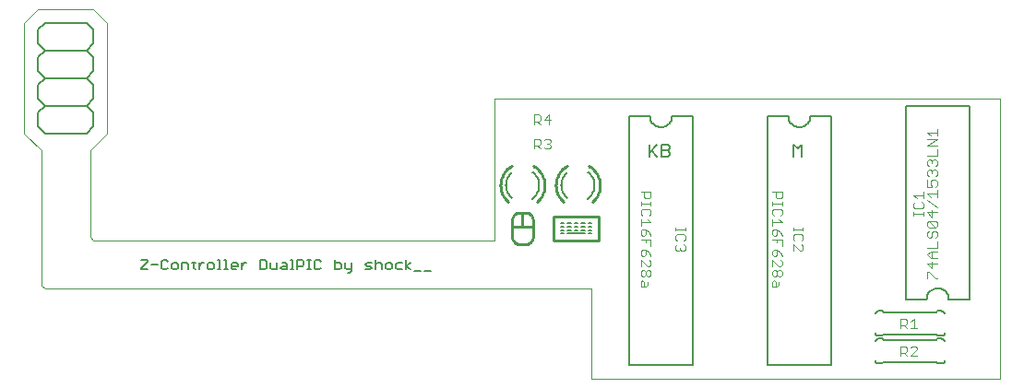
<source format=gto>
G75*
G70*
%OFA0B0*%
%FSLAX24Y24*%
%IPPOS*%
%LPD*%
%AMOC8*
5,1,8,0,0,1.08239X$1,22.5*
%
%ADD10C,0.0000*%
%ADD11C,0.0060*%
%ADD12C,0.0050*%
%ADD13C,0.0100*%
%ADD14C,0.0079*%
%ADD15C,0.0040*%
D10*
X000850Y003350D02*
X020600Y003350D01*
X020600Y000100D01*
X035350Y000100D01*
X035350Y010225D01*
X017100Y010225D01*
X017100Y005100D01*
X002600Y005100D01*
X002475Y005225D01*
X002475Y008350D01*
X003100Y008975D01*
X003100Y012975D01*
X002600Y013475D01*
X000600Y013475D01*
X000100Y012975D01*
X000100Y008975D01*
X000725Y008350D01*
X000725Y003475D01*
X000850Y003350D01*
D11*
X000850Y008975D02*
X000600Y009225D01*
X000600Y009725D01*
X000850Y009975D01*
X002350Y009975D01*
X002600Y010225D01*
X002600Y010725D01*
X002350Y010975D01*
X000850Y010975D01*
X000600Y011225D01*
X000600Y011725D01*
X000850Y011975D01*
X000600Y012225D01*
X000600Y012725D01*
X000850Y012975D01*
X002350Y012975D01*
X002600Y012725D01*
X002600Y012225D01*
X002350Y011975D01*
X000850Y011975D01*
X002350Y011975D02*
X002600Y011725D01*
X002600Y011225D01*
X002350Y010975D01*
X000850Y010975D02*
X000600Y010725D01*
X000600Y010225D01*
X000850Y009975D01*
X002350Y009975D02*
X002600Y009725D01*
X002600Y009225D01*
X002350Y008975D01*
X000850Y008975D01*
X018449Y006612D02*
X018486Y006641D01*
X018521Y006673D01*
X018554Y006708D01*
X018584Y006745D01*
X018610Y006784D01*
X018633Y006825D01*
X018654Y006869D01*
X018670Y006913D01*
X018683Y006959D01*
X018692Y007005D01*
X018698Y007053D01*
X018700Y007100D01*
X017732Y007574D02*
X017697Y007544D01*
X017664Y007513D01*
X017634Y007478D01*
X017607Y007442D01*
X017583Y007404D01*
X017561Y007364D01*
X017543Y007322D01*
X017527Y007279D01*
X017515Y007235D01*
X017507Y007191D01*
X017502Y007145D01*
X017500Y007100D01*
X018460Y007580D02*
X018496Y007551D01*
X018530Y007519D01*
X018561Y007484D01*
X018589Y007448D01*
X018614Y007409D01*
X018637Y007368D01*
X018656Y007326D01*
X018672Y007283D01*
X018684Y007238D01*
X018693Y007192D01*
X018698Y007146D01*
X018700Y007100D01*
X017732Y006626D02*
X017697Y006656D01*
X017664Y006687D01*
X017634Y006722D01*
X017607Y006758D01*
X017583Y006796D01*
X017561Y006836D01*
X017543Y006878D01*
X017527Y006921D01*
X017515Y006965D01*
X017507Y007009D01*
X017502Y007055D01*
X017500Y007100D01*
X020460Y007580D02*
X020496Y007551D01*
X020530Y007519D01*
X020561Y007484D01*
X020589Y007448D01*
X020614Y007409D01*
X020637Y007368D01*
X020656Y007326D01*
X020672Y007283D01*
X020684Y007238D01*
X020693Y007192D01*
X020698Y007146D01*
X020700Y007100D01*
X019732Y007574D02*
X019697Y007544D01*
X019664Y007513D01*
X019634Y007478D01*
X019607Y007442D01*
X019583Y007404D01*
X019561Y007364D01*
X019543Y007322D01*
X019527Y007279D01*
X019515Y007235D01*
X019507Y007191D01*
X019502Y007145D01*
X019500Y007100D01*
X020449Y006612D02*
X020486Y006641D01*
X020521Y006673D01*
X020554Y006708D01*
X020584Y006745D01*
X020610Y006784D01*
X020633Y006825D01*
X020654Y006869D01*
X020670Y006913D01*
X020683Y006959D01*
X020692Y007005D01*
X020698Y007053D01*
X020700Y007100D01*
X019732Y006626D02*
X019697Y006656D01*
X019664Y006687D01*
X019634Y006722D01*
X019607Y006758D01*
X019583Y006796D01*
X019561Y006836D01*
X019543Y006878D01*
X019527Y006921D01*
X019515Y006965D01*
X019507Y007009D01*
X019502Y007055D01*
X019500Y007100D01*
X022670Y008130D02*
X022670Y008570D01*
X022670Y008277D02*
X022963Y008570D01*
X023130Y008570D02*
X023350Y008570D01*
X023424Y008497D01*
X023424Y008424D01*
X023350Y008350D01*
X023130Y008350D01*
X023350Y008350D02*
X023424Y008277D01*
X023424Y008203D01*
X023350Y008130D01*
X023130Y008130D01*
X023130Y008570D01*
X022743Y008350D02*
X022963Y008130D01*
X022700Y009600D02*
X022702Y009561D01*
X022708Y009522D01*
X022717Y009484D01*
X022730Y009447D01*
X022747Y009411D01*
X022767Y009378D01*
X022791Y009346D01*
X022817Y009317D01*
X022846Y009291D01*
X022878Y009267D01*
X022911Y009247D01*
X022947Y009230D01*
X022984Y009217D01*
X023022Y009208D01*
X023061Y009202D01*
X023100Y009200D01*
X023139Y009202D01*
X023178Y009208D01*
X023216Y009217D01*
X023253Y009230D01*
X023289Y009247D01*
X023322Y009267D01*
X023354Y009291D01*
X023383Y009317D01*
X023409Y009346D01*
X023433Y009378D01*
X023453Y009411D01*
X023470Y009447D01*
X023483Y009484D01*
X023492Y009522D01*
X023498Y009561D01*
X023500Y009600D01*
X024250Y009600D01*
X024250Y000600D01*
X021950Y000600D01*
X021950Y009600D01*
X022700Y009600D01*
X026950Y009600D02*
X027700Y009600D01*
X027702Y009561D01*
X027708Y009522D01*
X027717Y009484D01*
X027730Y009447D01*
X027747Y009411D01*
X027767Y009378D01*
X027791Y009346D01*
X027817Y009317D01*
X027846Y009291D01*
X027878Y009267D01*
X027911Y009247D01*
X027947Y009230D01*
X027984Y009217D01*
X028022Y009208D01*
X028061Y009202D01*
X028100Y009200D01*
X028139Y009202D01*
X028178Y009208D01*
X028216Y009217D01*
X028253Y009230D01*
X028289Y009247D01*
X028322Y009267D01*
X028354Y009291D01*
X028383Y009317D01*
X028409Y009346D01*
X028433Y009378D01*
X028453Y009411D01*
X028470Y009447D01*
X028483Y009484D01*
X028492Y009522D01*
X028498Y009561D01*
X028500Y009600D01*
X029250Y009600D01*
X029250Y000600D01*
X026950Y000600D01*
X026950Y009600D01*
X027900Y008570D02*
X028047Y008424D01*
X028193Y008570D01*
X028193Y008130D01*
X027900Y008130D02*
X027900Y008570D01*
X031950Y009975D02*
X034250Y009975D01*
X034250Y002975D01*
X033500Y002975D01*
X033498Y003014D01*
X033492Y003053D01*
X033483Y003091D01*
X033470Y003128D01*
X033453Y003164D01*
X033433Y003197D01*
X033409Y003229D01*
X033383Y003258D01*
X033354Y003284D01*
X033322Y003308D01*
X033289Y003328D01*
X033253Y003345D01*
X033216Y003358D01*
X033178Y003367D01*
X033139Y003373D01*
X033100Y003375D01*
X033061Y003373D01*
X033022Y003367D01*
X032984Y003358D01*
X032947Y003345D01*
X032911Y003328D01*
X032878Y003308D01*
X032846Y003284D01*
X032817Y003258D01*
X032791Y003229D01*
X032767Y003197D01*
X032747Y003164D01*
X032730Y003128D01*
X032717Y003091D01*
X032708Y003053D01*
X032702Y003014D01*
X032700Y002975D01*
X031950Y002975D01*
X031950Y009975D01*
X031100Y002550D02*
X030950Y002550D01*
X030933Y002548D01*
X030916Y002544D01*
X030900Y002537D01*
X030886Y002527D01*
X030873Y002514D01*
X030863Y002500D01*
X030856Y002484D01*
X030852Y002467D01*
X030850Y002450D01*
X031100Y002550D02*
X031150Y002500D01*
X033050Y002500D01*
X033100Y002550D01*
X033250Y002550D01*
X033267Y002548D01*
X033284Y002544D01*
X033300Y002537D01*
X033314Y002527D01*
X033327Y002514D01*
X033337Y002500D01*
X033344Y002484D01*
X033348Y002467D01*
X033350Y002450D01*
X033350Y001750D02*
X033348Y001733D01*
X033344Y001716D01*
X033337Y001700D01*
X033327Y001686D01*
X033314Y001673D01*
X033300Y001663D01*
X033284Y001656D01*
X033267Y001652D01*
X033250Y001650D01*
X033100Y001650D01*
X033050Y001700D01*
X031150Y001700D01*
X031100Y001650D01*
X030950Y001650D01*
X030933Y001652D01*
X030916Y001656D01*
X030900Y001663D01*
X030886Y001673D01*
X030873Y001686D01*
X030863Y001700D01*
X030856Y001716D01*
X030852Y001733D01*
X030850Y001750D01*
X030950Y001550D02*
X031100Y001550D01*
X031150Y001500D01*
X033050Y001500D01*
X033100Y001550D01*
X033250Y001550D01*
X033267Y001548D01*
X033284Y001544D01*
X033300Y001537D01*
X033314Y001527D01*
X033327Y001514D01*
X033337Y001500D01*
X033344Y001484D01*
X033348Y001467D01*
X033350Y001450D01*
X033350Y000750D02*
X033348Y000733D01*
X033344Y000716D01*
X033337Y000700D01*
X033327Y000686D01*
X033314Y000673D01*
X033300Y000663D01*
X033284Y000656D01*
X033267Y000652D01*
X033250Y000650D01*
X033100Y000650D01*
X033050Y000700D01*
X031150Y000700D01*
X031100Y000650D01*
X030950Y000650D01*
X030933Y000652D01*
X030916Y000656D01*
X030900Y000663D01*
X030886Y000673D01*
X030873Y000686D01*
X030863Y000700D01*
X030856Y000716D01*
X030852Y000733D01*
X030850Y000750D01*
X030850Y001450D02*
X030852Y001467D01*
X030856Y001484D01*
X030863Y001500D01*
X030873Y001514D01*
X030886Y001527D01*
X030900Y001537D01*
X030916Y001544D01*
X030933Y001548D01*
X030950Y001550D01*
D12*
X014800Y003992D02*
X014567Y003992D01*
X014432Y003992D02*
X014198Y003992D01*
X014066Y004050D02*
X013891Y004167D01*
X014066Y004284D01*
X013891Y004400D02*
X013891Y004050D01*
X013757Y004050D02*
X013581Y004050D01*
X013523Y004108D01*
X013523Y004225D01*
X013581Y004284D01*
X013757Y004284D01*
X013388Y004225D02*
X013388Y004108D01*
X013330Y004050D01*
X013213Y004050D01*
X013155Y004108D01*
X013155Y004225D01*
X013213Y004284D01*
X013330Y004284D01*
X013388Y004225D01*
X013020Y004225D02*
X013020Y004050D01*
X012786Y004050D02*
X012786Y004400D01*
X012845Y004284D02*
X012962Y004284D01*
X013020Y004225D01*
X012845Y004284D02*
X012786Y004225D01*
X012652Y004284D02*
X012476Y004284D01*
X012418Y004225D01*
X012476Y004167D01*
X012593Y004167D01*
X012652Y004108D01*
X012593Y004050D01*
X012418Y004050D01*
X011915Y004050D02*
X011740Y004050D01*
X011681Y004108D01*
X011681Y004284D01*
X011547Y004225D02*
X011488Y004284D01*
X011313Y004284D01*
X011313Y004400D02*
X011313Y004050D01*
X011488Y004050D01*
X011547Y004108D01*
X011547Y004225D01*
X011915Y004284D02*
X011915Y003992D01*
X011857Y003933D01*
X011798Y003933D01*
X010810Y004108D02*
X010752Y004050D01*
X010635Y004050D01*
X010576Y004108D01*
X010576Y004342D01*
X010635Y004400D01*
X010752Y004400D01*
X010810Y004342D01*
X010448Y004400D02*
X010331Y004400D01*
X010389Y004400D02*
X010389Y004050D01*
X010331Y004050D02*
X010448Y004050D01*
X010196Y004225D02*
X010138Y004167D01*
X009963Y004167D01*
X009963Y004050D02*
X009963Y004400D01*
X010138Y004400D01*
X010196Y004342D01*
X010196Y004225D01*
X009775Y004400D02*
X009775Y004050D01*
X009717Y004050D02*
X009834Y004050D01*
X009582Y004050D02*
X009407Y004050D01*
X009349Y004108D01*
X009407Y004167D01*
X009582Y004167D01*
X009582Y004225D02*
X009524Y004284D01*
X009407Y004284D01*
X009582Y004225D02*
X009582Y004050D01*
X009214Y004050D02*
X009214Y004284D01*
X008980Y004284D02*
X008980Y004108D01*
X009039Y004050D01*
X009214Y004050D01*
X008846Y004108D02*
X008846Y004342D01*
X008787Y004400D01*
X008612Y004400D01*
X008612Y004050D01*
X008787Y004050D01*
X008846Y004108D01*
X008112Y004284D02*
X008054Y004284D01*
X007937Y004167D01*
X007937Y004050D02*
X007937Y004284D01*
X007802Y004225D02*
X007802Y004167D01*
X007569Y004167D01*
X007569Y004225D02*
X007569Y004108D01*
X007627Y004050D01*
X007744Y004050D01*
X007440Y004050D02*
X007323Y004050D01*
X007381Y004050D02*
X007381Y004400D01*
X007323Y004400D01*
X007136Y004400D02*
X007136Y004050D01*
X007194Y004050D02*
X007077Y004050D01*
X006943Y004108D02*
X006884Y004050D01*
X006768Y004050D01*
X006709Y004108D01*
X006709Y004225D01*
X006768Y004284D01*
X006884Y004284D01*
X006943Y004225D01*
X006943Y004108D01*
X006577Y004284D02*
X006519Y004284D01*
X006402Y004167D01*
X006402Y004050D02*
X006402Y004284D01*
X006273Y004284D02*
X006157Y004284D01*
X006215Y004342D02*
X006215Y004108D01*
X006273Y004050D01*
X006022Y004050D02*
X006022Y004225D01*
X005964Y004284D01*
X005788Y004284D01*
X005788Y004050D01*
X005654Y004108D02*
X005654Y004225D01*
X005595Y004284D01*
X005478Y004284D01*
X005420Y004225D01*
X005420Y004108D01*
X005478Y004050D01*
X005595Y004050D01*
X005654Y004108D01*
X005285Y004108D02*
X005227Y004050D01*
X005110Y004050D01*
X005052Y004108D01*
X005052Y004342D01*
X005110Y004400D01*
X005227Y004400D01*
X005285Y004342D01*
X004917Y004225D02*
X004683Y004225D01*
X004549Y004342D02*
X004315Y004108D01*
X004315Y004050D01*
X004549Y004050D01*
X004549Y004342D02*
X004549Y004400D01*
X004315Y004400D01*
X007077Y004400D02*
X007136Y004400D01*
X007569Y004225D02*
X007627Y004284D01*
X007744Y004284D01*
X007802Y004225D01*
X009717Y004400D02*
X009775Y004400D01*
D13*
X017725Y005225D02*
X017725Y005350D01*
X017725Y005600D01*
X018100Y005600D01*
X018100Y006100D01*
X017975Y006100D01*
X018100Y006100D02*
X018225Y006100D01*
X018255Y006098D01*
X018285Y006093D01*
X018314Y006084D01*
X018341Y006071D01*
X018367Y006056D01*
X018391Y006037D01*
X018412Y006016D01*
X018431Y005992D01*
X018446Y005966D01*
X018459Y005939D01*
X018468Y005910D01*
X018473Y005880D01*
X018475Y005850D01*
X018475Y005600D01*
X018100Y005600D01*
X017725Y005600D02*
X017725Y005850D01*
X017727Y005880D01*
X017732Y005910D01*
X017741Y005939D01*
X017754Y005966D01*
X017769Y005992D01*
X017788Y006016D01*
X017809Y006037D01*
X017833Y006056D01*
X017859Y006071D01*
X017886Y006084D01*
X017915Y006093D01*
X017945Y006098D01*
X017975Y006100D01*
X018475Y005600D02*
X018475Y005350D01*
X018475Y005225D01*
X018475Y005350D02*
X018475Y005600D01*
X018475Y005225D02*
X018473Y005195D01*
X018468Y005165D01*
X018459Y005136D01*
X018446Y005109D01*
X018431Y005083D01*
X018412Y005059D01*
X018391Y005038D01*
X018367Y005019D01*
X018341Y005004D01*
X018314Y004991D01*
X018285Y004982D01*
X018255Y004977D01*
X018225Y004975D01*
X017975Y004975D01*
X017945Y004977D01*
X017915Y004982D01*
X017886Y004991D01*
X017859Y005004D01*
X017833Y005019D01*
X017809Y005038D01*
X017788Y005059D01*
X017769Y005083D01*
X017754Y005109D01*
X017741Y005136D01*
X017732Y005165D01*
X017727Y005195D01*
X017725Y005225D01*
X019225Y005100D02*
X019225Y005975D01*
X020850Y005975D01*
X020850Y005100D01*
X019225Y005100D01*
X020900Y007100D02*
X020898Y007154D01*
X020893Y007208D01*
X020884Y007261D01*
X020871Y007314D01*
X020855Y007365D01*
X020835Y007415D01*
X020812Y007464D01*
X020786Y007512D01*
X020757Y007557D01*
X020724Y007600D01*
X020689Y007641D01*
X020651Y007680D01*
X020611Y007716D01*
X020568Y007749D01*
X020523Y007779D01*
X020476Y007806D01*
X019703Y007795D02*
X019655Y007765D01*
X019610Y007732D01*
X019567Y007696D01*
X019526Y007658D01*
X019489Y007616D01*
X019454Y007572D01*
X019423Y007526D01*
X019394Y007477D01*
X019370Y007427D01*
X019349Y007375D01*
X019331Y007321D01*
X019318Y007267D01*
X019308Y007212D01*
X019302Y007156D01*
X019300Y007100D01*
X019302Y007047D01*
X019307Y006993D01*
X019316Y006941D01*
X019328Y006889D01*
X019344Y006838D01*
X019363Y006788D01*
X019386Y006739D01*
X019412Y006692D01*
X019440Y006647D01*
X019472Y006604D01*
X019506Y006564D01*
X019544Y006525D01*
X019583Y006489D01*
X020612Y006485D02*
X020652Y006521D01*
X020690Y006560D01*
X020725Y006601D01*
X020757Y006644D01*
X020787Y006689D01*
X020813Y006736D01*
X020835Y006785D01*
X020855Y006836D01*
X020871Y006887D01*
X020884Y006939D01*
X020893Y006993D01*
X020898Y007046D01*
X020900Y007100D01*
X017703Y007795D02*
X017655Y007765D01*
X017610Y007732D01*
X017567Y007696D01*
X017526Y007658D01*
X017489Y007616D01*
X017454Y007572D01*
X017423Y007526D01*
X017394Y007477D01*
X017370Y007427D01*
X017349Y007375D01*
X017331Y007321D01*
X017318Y007267D01*
X017308Y007212D01*
X017302Y007156D01*
X017300Y007100D01*
X018476Y007806D02*
X018523Y007779D01*
X018568Y007749D01*
X018611Y007716D01*
X018651Y007680D01*
X018689Y007641D01*
X018724Y007600D01*
X018757Y007557D01*
X018786Y007512D01*
X018812Y007464D01*
X018835Y007415D01*
X018855Y007365D01*
X018871Y007314D01*
X018884Y007261D01*
X018893Y007208D01*
X018898Y007154D01*
X018900Y007100D01*
X017583Y006489D02*
X017544Y006525D01*
X017506Y006564D01*
X017472Y006604D01*
X017440Y006647D01*
X017412Y006692D01*
X017386Y006739D01*
X017363Y006788D01*
X017344Y006838D01*
X017328Y006889D01*
X017316Y006941D01*
X017307Y006993D01*
X017302Y007047D01*
X017300Y007100D01*
X018612Y006485D02*
X018652Y006521D01*
X018690Y006560D01*
X018725Y006601D01*
X018757Y006644D01*
X018787Y006689D01*
X018813Y006736D01*
X018835Y006785D01*
X018855Y006836D01*
X018871Y006887D01*
X018884Y006939D01*
X018893Y006993D01*
X018898Y007046D01*
X018900Y007100D01*
D14*
X019475Y005725D02*
X019600Y005725D01*
X019725Y005725D02*
X019850Y005725D01*
X019850Y005600D02*
X019725Y005600D01*
X019600Y005600D02*
X019475Y005600D01*
X019475Y005475D02*
X019600Y005475D01*
X019725Y005475D02*
X019850Y005475D01*
X019975Y005475D02*
X020100Y005475D01*
X020100Y005600D02*
X019975Y005600D01*
X019975Y005725D02*
X020100Y005725D01*
X020225Y005725D02*
X020350Y005725D01*
X020475Y005725D02*
X020600Y005725D01*
X020600Y005600D02*
X020475Y005600D01*
X020350Y005600D02*
X020225Y005600D01*
X020225Y005475D02*
X020350Y005475D01*
X020475Y005475D02*
X020600Y005475D01*
X020600Y005350D02*
X020475Y005350D01*
X020350Y005350D02*
X019725Y005350D01*
X019600Y005350D02*
X019475Y005350D01*
D15*
X022370Y005330D02*
X022430Y005269D01*
X022490Y005269D01*
X022550Y005330D01*
X022550Y005510D01*
X022430Y005510D01*
X022370Y005450D01*
X022370Y005330D01*
X022550Y005510D02*
X022670Y005390D01*
X022730Y005269D01*
X022730Y005141D02*
X022370Y005141D01*
X022550Y005141D02*
X022550Y005021D01*
X022730Y005141D02*
X022730Y004901D01*
X022550Y004773D02*
X022550Y004593D01*
X022490Y004533D01*
X022430Y004533D01*
X022370Y004593D01*
X022370Y004713D01*
X022430Y004773D01*
X022550Y004773D01*
X022670Y004653D01*
X022730Y004533D01*
X022670Y004405D02*
X022730Y004345D01*
X022730Y004225D01*
X022670Y004165D01*
X022610Y004165D01*
X022370Y004405D01*
X022370Y004165D01*
X022430Y004036D02*
X022490Y004036D01*
X022550Y003976D01*
X022550Y003856D01*
X022490Y003796D01*
X022430Y003796D01*
X022370Y003856D01*
X022370Y003976D01*
X022430Y004036D01*
X022550Y003976D02*
X022610Y004036D01*
X022670Y004036D01*
X022730Y003976D01*
X022730Y003856D01*
X022670Y003796D01*
X022610Y003796D01*
X022550Y003856D01*
X022430Y003668D02*
X022490Y003608D01*
X022490Y003428D01*
X022550Y003428D02*
X022370Y003428D01*
X022370Y003608D01*
X022430Y003668D01*
X022610Y003608D02*
X022610Y003488D01*
X022550Y003428D01*
X023680Y004717D02*
X023620Y004777D01*
X023620Y004897D01*
X023680Y004957D01*
X023680Y005085D02*
X023620Y005145D01*
X023620Y005265D01*
X023680Y005326D01*
X023920Y005326D01*
X023980Y005265D01*
X023980Y005145D01*
X023920Y005085D01*
X023920Y004957D02*
X023980Y004897D01*
X023980Y004777D01*
X023920Y004717D01*
X023860Y004717D01*
X023800Y004777D01*
X023740Y004717D01*
X023680Y004717D01*
X023800Y004777D02*
X023800Y004837D01*
X023620Y005451D02*
X023620Y005571D01*
X023620Y005511D02*
X023980Y005511D01*
X023980Y005571D02*
X023980Y005451D01*
X022730Y005758D02*
X022370Y005758D01*
X022370Y005878D02*
X022370Y005638D01*
X022610Y005878D02*
X022730Y005758D01*
X022670Y006006D02*
X022730Y006066D01*
X022730Y006186D01*
X022670Y006246D01*
X022430Y006246D01*
X022370Y006186D01*
X022370Y006066D01*
X022430Y006006D01*
X022370Y006372D02*
X022370Y006492D01*
X022370Y006432D02*
X022730Y006432D01*
X022730Y006492D02*
X022730Y006372D01*
X022670Y006620D02*
X022550Y006620D01*
X022490Y006680D01*
X022490Y006860D01*
X022370Y006860D02*
X022730Y006860D01*
X022730Y006680D01*
X022670Y006620D01*
X027120Y006492D02*
X027120Y006372D01*
X027120Y006432D02*
X027480Y006432D01*
X027480Y006492D02*
X027480Y006372D01*
X027420Y006246D02*
X027180Y006246D01*
X027120Y006186D01*
X027120Y006066D01*
X027180Y006006D01*
X027120Y005878D02*
X027120Y005638D01*
X027120Y005758D02*
X027480Y005758D01*
X027360Y005878D01*
X027420Y006006D02*
X027480Y006066D01*
X027480Y006186D01*
X027420Y006246D01*
X027420Y006620D02*
X027300Y006620D01*
X027240Y006680D01*
X027240Y006860D01*
X027120Y006860D02*
X027480Y006860D01*
X027480Y006680D01*
X027420Y006620D01*
X027870Y005571D02*
X027870Y005451D01*
X027870Y005511D02*
X028230Y005511D01*
X028230Y005571D02*
X028230Y005451D01*
X028170Y005326D02*
X027930Y005326D01*
X027870Y005265D01*
X027870Y005145D01*
X027930Y005085D01*
X027870Y004957D02*
X028110Y004717D01*
X028170Y004717D01*
X028230Y004777D01*
X028230Y004897D01*
X028170Y004957D01*
X028170Y005085D02*
X028230Y005145D01*
X028230Y005265D01*
X028170Y005326D01*
X027480Y005269D02*
X027420Y005390D01*
X027300Y005510D01*
X027300Y005330D01*
X027240Y005269D01*
X027180Y005269D01*
X027120Y005330D01*
X027120Y005450D01*
X027180Y005510D01*
X027300Y005510D01*
X027300Y005141D02*
X027300Y005021D01*
X027480Y005141D02*
X027480Y004901D01*
X027300Y004773D02*
X027180Y004773D01*
X027120Y004713D01*
X027120Y004593D01*
X027180Y004533D01*
X027240Y004533D01*
X027300Y004593D01*
X027300Y004773D01*
X027420Y004653D01*
X027480Y004533D01*
X027420Y004405D02*
X027480Y004345D01*
X027480Y004225D01*
X027420Y004165D01*
X027360Y004165D01*
X027120Y004405D01*
X027120Y004165D01*
X027180Y004036D02*
X027240Y004036D01*
X027300Y003976D01*
X027300Y003856D01*
X027240Y003796D01*
X027180Y003796D01*
X027120Y003856D01*
X027120Y003976D01*
X027180Y004036D01*
X027300Y003976D02*
X027360Y004036D01*
X027420Y004036D01*
X027480Y003976D01*
X027480Y003856D01*
X027420Y003796D01*
X027360Y003796D01*
X027300Y003856D01*
X027180Y003668D02*
X027240Y003608D01*
X027240Y003428D01*
X027300Y003428D02*
X027120Y003428D01*
X027120Y003608D01*
X027180Y003668D01*
X027360Y003608D02*
X027360Y003488D01*
X027300Y003428D01*
X027870Y004717D02*
X027870Y004957D01*
X027480Y005141D02*
X027120Y005141D01*
X032220Y006004D02*
X032220Y006124D01*
X032220Y006064D02*
X032580Y006064D01*
X032580Y006004D02*
X032580Y006124D01*
X032520Y006249D02*
X032580Y006310D01*
X032580Y006430D01*
X032520Y006490D01*
X032580Y006618D02*
X032580Y006858D01*
X032580Y006738D02*
X032220Y006738D01*
X032340Y006618D01*
X032280Y006490D02*
X032220Y006430D01*
X032220Y006310D01*
X032280Y006249D01*
X032520Y006249D01*
X032720Y006123D02*
X032900Y005943D01*
X032900Y006183D01*
X033080Y006123D02*
X032720Y006123D01*
X033080Y006311D02*
X032720Y006551D01*
X032840Y006679D02*
X032720Y006799D01*
X033080Y006799D01*
X033080Y006679D02*
X033080Y006919D01*
X033020Y007047D02*
X033080Y007108D01*
X033080Y007228D01*
X033020Y007288D01*
X032900Y007288D01*
X032840Y007228D01*
X032840Y007168D01*
X032900Y007047D01*
X032720Y007047D01*
X032720Y007288D01*
X032780Y007416D02*
X032720Y007476D01*
X032720Y007596D01*
X032780Y007656D01*
X032840Y007656D01*
X032900Y007596D01*
X032960Y007656D01*
X033020Y007656D01*
X033080Y007596D01*
X033080Y007476D01*
X033020Y007416D01*
X032900Y007536D02*
X032900Y007596D01*
X033020Y007784D02*
X033080Y007844D01*
X033080Y007964D01*
X033020Y008024D01*
X032960Y008024D01*
X032900Y007964D01*
X032900Y007904D01*
X032900Y007964D02*
X032840Y008024D01*
X032780Y008024D01*
X032720Y007964D01*
X032720Y007844D01*
X032780Y007784D01*
X032720Y008152D02*
X033080Y008152D01*
X033080Y008393D01*
X033080Y008521D02*
X032720Y008521D01*
X033080Y008761D01*
X032720Y008761D01*
X032840Y008889D02*
X032720Y009009D01*
X033080Y009009D01*
X033080Y008889D02*
X033080Y009129D01*
X033020Y005814D02*
X032780Y005814D01*
X033020Y005574D01*
X033080Y005634D01*
X033080Y005754D01*
X033020Y005814D01*
X033020Y005574D02*
X032780Y005574D01*
X032720Y005634D01*
X032720Y005754D01*
X032780Y005814D01*
X032780Y005446D02*
X032720Y005386D01*
X032720Y005266D01*
X032780Y005206D01*
X032840Y005206D01*
X032900Y005266D01*
X032900Y005386D01*
X032960Y005446D01*
X033020Y005446D01*
X033080Y005386D01*
X033080Y005266D01*
X033020Y005206D01*
X033080Y005078D02*
X033080Y004838D01*
X032720Y004838D01*
X032840Y004709D02*
X033080Y004709D01*
X032900Y004709D02*
X032900Y004469D01*
X032840Y004469D02*
X032720Y004589D01*
X032840Y004709D01*
X032840Y004469D02*
X033080Y004469D01*
X033080Y004281D02*
X032720Y004281D01*
X032900Y004101D01*
X032900Y004341D01*
X032780Y003973D02*
X033020Y003733D01*
X033080Y003733D01*
X032720Y003733D02*
X032720Y003973D01*
X032780Y003973D01*
X032240Y002280D02*
X032240Y001920D01*
X032120Y001920D02*
X032360Y001920D01*
X032120Y002160D02*
X032240Y002280D01*
X031992Y002220D02*
X031992Y002100D01*
X031932Y002040D01*
X031752Y002040D01*
X031872Y002040D02*
X031992Y001920D01*
X031752Y001920D02*
X031752Y002280D01*
X031932Y002280D01*
X031992Y002220D01*
X031932Y001280D02*
X031752Y001280D01*
X031752Y000920D01*
X031752Y001040D02*
X031932Y001040D01*
X031992Y001100D01*
X031992Y001220D01*
X031932Y001280D01*
X032120Y001220D02*
X032180Y001280D01*
X032300Y001280D01*
X032360Y001220D01*
X032360Y001160D01*
X032120Y000920D01*
X032360Y000920D01*
X031992Y000920D02*
X031872Y001040D01*
X019110Y008480D02*
X019050Y008420D01*
X018930Y008420D01*
X018870Y008480D01*
X018742Y008420D02*
X018622Y008540D01*
X018682Y008540D02*
X018502Y008540D01*
X018502Y008420D02*
X018502Y008780D01*
X018682Y008780D01*
X018742Y008720D01*
X018742Y008600D01*
X018682Y008540D01*
X018990Y008600D02*
X019050Y008600D01*
X019110Y008540D01*
X019110Y008480D01*
X019050Y008600D02*
X019110Y008660D01*
X019110Y008720D01*
X019050Y008780D01*
X018930Y008780D01*
X018870Y008720D01*
X018742Y009295D02*
X018622Y009415D01*
X018682Y009415D02*
X018502Y009415D01*
X018502Y009295D02*
X018502Y009655D01*
X018682Y009655D01*
X018742Y009595D01*
X018742Y009475D01*
X018682Y009415D01*
X018870Y009475D02*
X019110Y009475D01*
X019050Y009295D02*
X019050Y009655D01*
X018870Y009475D01*
M02*

</source>
